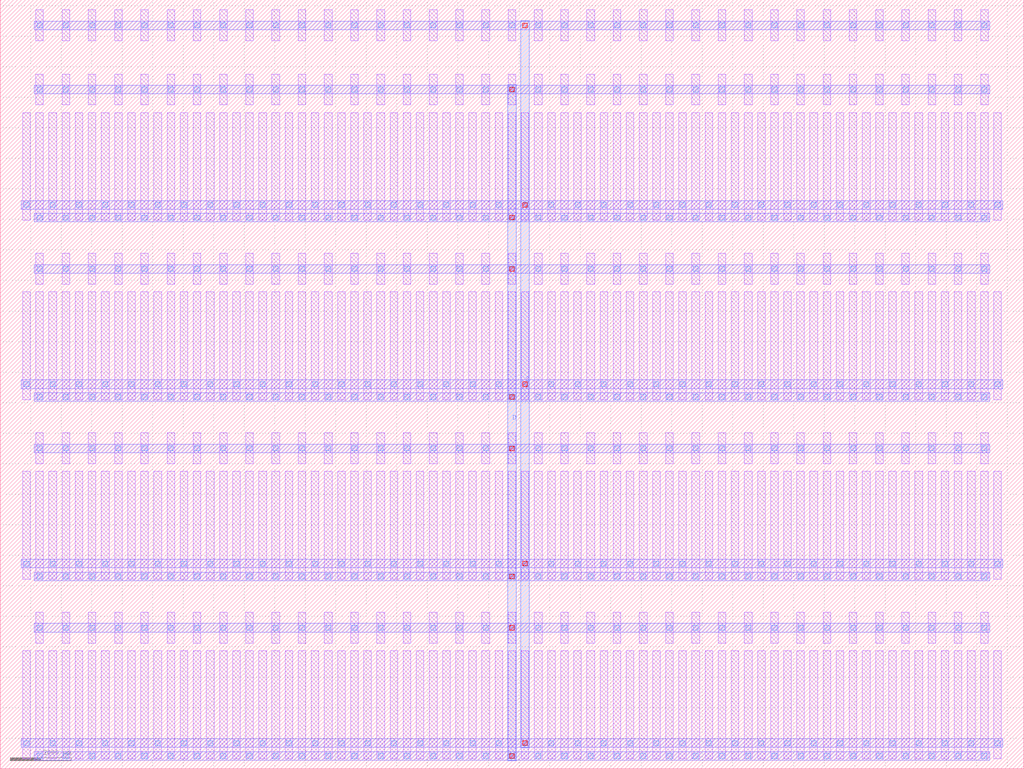
<source format=lef>
MACRO DCL_NMOS_S_55663590_X37_Y4
  UNITS 
    DATABASE MICRONS UNITS 1000;
  END UNITS 
  ORIGIN 0 0 ;
  FOREIGN DCL_NMOS_S_55663590_X37_Y4 0 0 ;
  SIZE 33540 BY 25200 ;
  PIN D
    DIRECTION INOUT ;
    USE SIGNAL ;
    PORT
      LAYER M3 ;
        RECT 16630 260 16910 22420 ;
    END
  END D
  PIN S
    DIRECTION INOUT ;
    USE SIGNAL ;
    PORT
      LAYER M3 ;
        RECT 17060 680 17340 24520 ;
    END
  END S
  OBS
    LAYER M1 ;
      RECT 1165 335 1415 3865 ;
    LAYER M1 ;
      RECT 1165 4115 1415 5125 ;
    LAYER M1 ;
      RECT 1165 6215 1415 9745 ;
    LAYER M1 ;
      RECT 1165 9995 1415 11005 ;
    LAYER M1 ;
      RECT 1165 12095 1415 15625 ;
    LAYER M1 ;
      RECT 1165 15875 1415 16885 ;
    LAYER M1 ;
      RECT 1165 17975 1415 21505 ;
    LAYER M1 ;
      RECT 1165 21755 1415 22765 ;
    LAYER M1 ;
      RECT 1165 23855 1415 24865 ;
    LAYER M1 ;
      RECT 735 335 985 3865 ;
    LAYER M1 ;
      RECT 735 6215 985 9745 ;
    LAYER M1 ;
      RECT 735 12095 985 15625 ;
    LAYER M1 ;
      RECT 735 17975 985 21505 ;
    LAYER M1 ;
      RECT 1595 335 1845 3865 ;
    LAYER M1 ;
      RECT 1595 6215 1845 9745 ;
    LAYER M1 ;
      RECT 1595 12095 1845 15625 ;
    LAYER M1 ;
      RECT 1595 17975 1845 21505 ;
    LAYER M1 ;
      RECT 2025 335 2275 3865 ;
    LAYER M1 ;
      RECT 2025 4115 2275 5125 ;
    LAYER M1 ;
      RECT 2025 6215 2275 9745 ;
    LAYER M1 ;
      RECT 2025 9995 2275 11005 ;
    LAYER M1 ;
      RECT 2025 12095 2275 15625 ;
    LAYER M1 ;
      RECT 2025 15875 2275 16885 ;
    LAYER M1 ;
      RECT 2025 17975 2275 21505 ;
    LAYER M1 ;
      RECT 2025 21755 2275 22765 ;
    LAYER M1 ;
      RECT 2025 23855 2275 24865 ;
    LAYER M1 ;
      RECT 2455 335 2705 3865 ;
    LAYER M1 ;
      RECT 2455 6215 2705 9745 ;
    LAYER M1 ;
      RECT 2455 12095 2705 15625 ;
    LAYER M1 ;
      RECT 2455 17975 2705 21505 ;
    LAYER M1 ;
      RECT 2885 335 3135 3865 ;
    LAYER M1 ;
      RECT 2885 4115 3135 5125 ;
    LAYER M1 ;
      RECT 2885 6215 3135 9745 ;
    LAYER M1 ;
      RECT 2885 9995 3135 11005 ;
    LAYER M1 ;
      RECT 2885 12095 3135 15625 ;
    LAYER M1 ;
      RECT 2885 15875 3135 16885 ;
    LAYER M1 ;
      RECT 2885 17975 3135 21505 ;
    LAYER M1 ;
      RECT 2885 21755 3135 22765 ;
    LAYER M1 ;
      RECT 2885 23855 3135 24865 ;
    LAYER M1 ;
      RECT 3315 335 3565 3865 ;
    LAYER M1 ;
      RECT 3315 6215 3565 9745 ;
    LAYER M1 ;
      RECT 3315 12095 3565 15625 ;
    LAYER M1 ;
      RECT 3315 17975 3565 21505 ;
    LAYER M1 ;
      RECT 3745 335 3995 3865 ;
    LAYER M1 ;
      RECT 3745 4115 3995 5125 ;
    LAYER M1 ;
      RECT 3745 6215 3995 9745 ;
    LAYER M1 ;
      RECT 3745 9995 3995 11005 ;
    LAYER M1 ;
      RECT 3745 12095 3995 15625 ;
    LAYER M1 ;
      RECT 3745 15875 3995 16885 ;
    LAYER M1 ;
      RECT 3745 17975 3995 21505 ;
    LAYER M1 ;
      RECT 3745 21755 3995 22765 ;
    LAYER M1 ;
      RECT 3745 23855 3995 24865 ;
    LAYER M1 ;
      RECT 4175 335 4425 3865 ;
    LAYER M1 ;
      RECT 4175 6215 4425 9745 ;
    LAYER M1 ;
      RECT 4175 12095 4425 15625 ;
    LAYER M1 ;
      RECT 4175 17975 4425 21505 ;
    LAYER M1 ;
      RECT 4605 335 4855 3865 ;
    LAYER M1 ;
      RECT 4605 4115 4855 5125 ;
    LAYER M1 ;
      RECT 4605 6215 4855 9745 ;
    LAYER M1 ;
      RECT 4605 9995 4855 11005 ;
    LAYER M1 ;
      RECT 4605 12095 4855 15625 ;
    LAYER M1 ;
      RECT 4605 15875 4855 16885 ;
    LAYER M1 ;
      RECT 4605 17975 4855 21505 ;
    LAYER M1 ;
      RECT 4605 21755 4855 22765 ;
    LAYER M1 ;
      RECT 4605 23855 4855 24865 ;
    LAYER M1 ;
      RECT 5035 335 5285 3865 ;
    LAYER M1 ;
      RECT 5035 6215 5285 9745 ;
    LAYER M1 ;
      RECT 5035 12095 5285 15625 ;
    LAYER M1 ;
      RECT 5035 17975 5285 21505 ;
    LAYER M1 ;
      RECT 5465 335 5715 3865 ;
    LAYER M1 ;
      RECT 5465 4115 5715 5125 ;
    LAYER M1 ;
      RECT 5465 6215 5715 9745 ;
    LAYER M1 ;
      RECT 5465 9995 5715 11005 ;
    LAYER M1 ;
      RECT 5465 12095 5715 15625 ;
    LAYER M1 ;
      RECT 5465 15875 5715 16885 ;
    LAYER M1 ;
      RECT 5465 17975 5715 21505 ;
    LAYER M1 ;
      RECT 5465 21755 5715 22765 ;
    LAYER M1 ;
      RECT 5465 23855 5715 24865 ;
    LAYER M1 ;
      RECT 5895 335 6145 3865 ;
    LAYER M1 ;
      RECT 5895 6215 6145 9745 ;
    LAYER M1 ;
      RECT 5895 12095 6145 15625 ;
    LAYER M1 ;
      RECT 5895 17975 6145 21505 ;
    LAYER M1 ;
      RECT 6325 335 6575 3865 ;
    LAYER M1 ;
      RECT 6325 4115 6575 5125 ;
    LAYER M1 ;
      RECT 6325 6215 6575 9745 ;
    LAYER M1 ;
      RECT 6325 9995 6575 11005 ;
    LAYER M1 ;
      RECT 6325 12095 6575 15625 ;
    LAYER M1 ;
      RECT 6325 15875 6575 16885 ;
    LAYER M1 ;
      RECT 6325 17975 6575 21505 ;
    LAYER M1 ;
      RECT 6325 21755 6575 22765 ;
    LAYER M1 ;
      RECT 6325 23855 6575 24865 ;
    LAYER M1 ;
      RECT 6755 335 7005 3865 ;
    LAYER M1 ;
      RECT 6755 6215 7005 9745 ;
    LAYER M1 ;
      RECT 6755 12095 7005 15625 ;
    LAYER M1 ;
      RECT 6755 17975 7005 21505 ;
    LAYER M1 ;
      RECT 7185 335 7435 3865 ;
    LAYER M1 ;
      RECT 7185 4115 7435 5125 ;
    LAYER M1 ;
      RECT 7185 6215 7435 9745 ;
    LAYER M1 ;
      RECT 7185 9995 7435 11005 ;
    LAYER M1 ;
      RECT 7185 12095 7435 15625 ;
    LAYER M1 ;
      RECT 7185 15875 7435 16885 ;
    LAYER M1 ;
      RECT 7185 17975 7435 21505 ;
    LAYER M1 ;
      RECT 7185 21755 7435 22765 ;
    LAYER M1 ;
      RECT 7185 23855 7435 24865 ;
    LAYER M1 ;
      RECT 7615 335 7865 3865 ;
    LAYER M1 ;
      RECT 7615 6215 7865 9745 ;
    LAYER M1 ;
      RECT 7615 12095 7865 15625 ;
    LAYER M1 ;
      RECT 7615 17975 7865 21505 ;
    LAYER M1 ;
      RECT 8045 335 8295 3865 ;
    LAYER M1 ;
      RECT 8045 4115 8295 5125 ;
    LAYER M1 ;
      RECT 8045 6215 8295 9745 ;
    LAYER M1 ;
      RECT 8045 9995 8295 11005 ;
    LAYER M1 ;
      RECT 8045 12095 8295 15625 ;
    LAYER M1 ;
      RECT 8045 15875 8295 16885 ;
    LAYER M1 ;
      RECT 8045 17975 8295 21505 ;
    LAYER M1 ;
      RECT 8045 21755 8295 22765 ;
    LAYER M1 ;
      RECT 8045 23855 8295 24865 ;
    LAYER M1 ;
      RECT 8475 335 8725 3865 ;
    LAYER M1 ;
      RECT 8475 6215 8725 9745 ;
    LAYER M1 ;
      RECT 8475 12095 8725 15625 ;
    LAYER M1 ;
      RECT 8475 17975 8725 21505 ;
    LAYER M1 ;
      RECT 8905 335 9155 3865 ;
    LAYER M1 ;
      RECT 8905 4115 9155 5125 ;
    LAYER M1 ;
      RECT 8905 6215 9155 9745 ;
    LAYER M1 ;
      RECT 8905 9995 9155 11005 ;
    LAYER M1 ;
      RECT 8905 12095 9155 15625 ;
    LAYER M1 ;
      RECT 8905 15875 9155 16885 ;
    LAYER M1 ;
      RECT 8905 17975 9155 21505 ;
    LAYER M1 ;
      RECT 8905 21755 9155 22765 ;
    LAYER M1 ;
      RECT 8905 23855 9155 24865 ;
    LAYER M1 ;
      RECT 9335 335 9585 3865 ;
    LAYER M1 ;
      RECT 9335 6215 9585 9745 ;
    LAYER M1 ;
      RECT 9335 12095 9585 15625 ;
    LAYER M1 ;
      RECT 9335 17975 9585 21505 ;
    LAYER M1 ;
      RECT 9765 335 10015 3865 ;
    LAYER M1 ;
      RECT 9765 4115 10015 5125 ;
    LAYER M1 ;
      RECT 9765 6215 10015 9745 ;
    LAYER M1 ;
      RECT 9765 9995 10015 11005 ;
    LAYER M1 ;
      RECT 9765 12095 10015 15625 ;
    LAYER M1 ;
      RECT 9765 15875 10015 16885 ;
    LAYER M1 ;
      RECT 9765 17975 10015 21505 ;
    LAYER M1 ;
      RECT 9765 21755 10015 22765 ;
    LAYER M1 ;
      RECT 9765 23855 10015 24865 ;
    LAYER M1 ;
      RECT 10195 335 10445 3865 ;
    LAYER M1 ;
      RECT 10195 6215 10445 9745 ;
    LAYER M1 ;
      RECT 10195 12095 10445 15625 ;
    LAYER M1 ;
      RECT 10195 17975 10445 21505 ;
    LAYER M1 ;
      RECT 10625 335 10875 3865 ;
    LAYER M1 ;
      RECT 10625 4115 10875 5125 ;
    LAYER M1 ;
      RECT 10625 6215 10875 9745 ;
    LAYER M1 ;
      RECT 10625 9995 10875 11005 ;
    LAYER M1 ;
      RECT 10625 12095 10875 15625 ;
    LAYER M1 ;
      RECT 10625 15875 10875 16885 ;
    LAYER M1 ;
      RECT 10625 17975 10875 21505 ;
    LAYER M1 ;
      RECT 10625 21755 10875 22765 ;
    LAYER M1 ;
      RECT 10625 23855 10875 24865 ;
    LAYER M1 ;
      RECT 11055 335 11305 3865 ;
    LAYER M1 ;
      RECT 11055 6215 11305 9745 ;
    LAYER M1 ;
      RECT 11055 12095 11305 15625 ;
    LAYER M1 ;
      RECT 11055 17975 11305 21505 ;
    LAYER M1 ;
      RECT 11485 335 11735 3865 ;
    LAYER M1 ;
      RECT 11485 4115 11735 5125 ;
    LAYER M1 ;
      RECT 11485 6215 11735 9745 ;
    LAYER M1 ;
      RECT 11485 9995 11735 11005 ;
    LAYER M1 ;
      RECT 11485 12095 11735 15625 ;
    LAYER M1 ;
      RECT 11485 15875 11735 16885 ;
    LAYER M1 ;
      RECT 11485 17975 11735 21505 ;
    LAYER M1 ;
      RECT 11485 21755 11735 22765 ;
    LAYER M1 ;
      RECT 11485 23855 11735 24865 ;
    LAYER M1 ;
      RECT 11915 335 12165 3865 ;
    LAYER M1 ;
      RECT 11915 6215 12165 9745 ;
    LAYER M1 ;
      RECT 11915 12095 12165 15625 ;
    LAYER M1 ;
      RECT 11915 17975 12165 21505 ;
    LAYER M1 ;
      RECT 12345 335 12595 3865 ;
    LAYER M1 ;
      RECT 12345 4115 12595 5125 ;
    LAYER M1 ;
      RECT 12345 6215 12595 9745 ;
    LAYER M1 ;
      RECT 12345 9995 12595 11005 ;
    LAYER M1 ;
      RECT 12345 12095 12595 15625 ;
    LAYER M1 ;
      RECT 12345 15875 12595 16885 ;
    LAYER M1 ;
      RECT 12345 17975 12595 21505 ;
    LAYER M1 ;
      RECT 12345 21755 12595 22765 ;
    LAYER M1 ;
      RECT 12345 23855 12595 24865 ;
    LAYER M1 ;
      RECT 12775 335 13025 3865 ;
    LAYER M1 ;
      RECT 12775 6215 13025 9745 ;
    LAYER M1 ;
      RECT 12775 12095 13025 15625 ;
    LAYER M1 ;
      RECT 12775 17975 13025 21505 ;
    LAYER M1 ;
      RECT 13205 335 13455 3865 ;
    LAYER M1 ;
      RECT 13205 4115 13455 5125 ;
    LAYER M1 ;
      RECT 13205 6215 13455 9745 ;
    LAYER M1 ;
      RECT 13205 9995 13455 11005 ;
    LAYER M1 ;
      RECT 13205 12095 13455 15625 ;
    LAYER M1 ;
      RECT 13205 15875 13455 16885 ;
    LAYER M1 ;
      RECT 13205 17975 13455 21505 ;
    LAYER M1 ;
      RECT 13205 21755 13455 22765 ;
    LAYER M1 ;
      RECT 13205 23855 13455 24865 ;
    LAYER M1 ;
      RECT 13635 335 13885 3865 ;
    LAYER M1 ;
      RECT 13635 6215 13885 9745 ;
    LAYER M1 ;
      RECT 13635 12095 13885 15625 ;
    LAYER M1 ;
      RECT 13635 17975 13885 21505 ;
    LAYER M1 ;
      RECT 14065 335 14315 3865 ;
    LAYER M1 ;
      RECT 14065 4115 14315 5125 ;
    LAYER M1 ;
      RECT 14065 6215 14315 9745 ;
    LAYER M1 ;
      RECT 14065 9995 14315 11005 ;
    LAYER M1 ;
      RECT 14065 12095 14315 15625 ;
    LAYER M1 ;
      RECT 14065 15875 14315 16885 ;
    LAYER M1 ;
      RECT 14065 17975 14315 21505 ;
    LAYER M1 ;
      RECT 14065 21755 14315 22765 ;
    LAYER M1 ;
      RECT 14065 23855 14315 24865 ;
    LAYER M1 ;
      RECT 14495 335 14745 3865 ;
    LAYER M1 ;
      RECT 14495 6215 14745 9745 ;
    LAYER M1 ;
      RECT 14495 12095 14745 15625 ;
    LAYER M1 ;
      RECT 14495 17975 14745 21505 ;
    LAYER M1 ;
      RECT 14925 335 15175 3865 ;
    LAYER M1 ;
      RECT 14925 4115 15175 5125 ;
    LAYER M1 ;
      RECT 14925 6215 15175 9745 ;
    LAYER M1 ;
      RECT 14925 9995 15175 11005 ;
    LAYER M1 ;
      RECT 14925 12095 15175 15625 ;
    LAYER M1 ;
      RECT 14925 15875 15175 16885 ;
    LAYER M1 ;
      RECT 14925 17975 15175 21505 ;
    LAYER M1 ;
      RECT 14925 21755 15175 22765 ;
    LAYER M1 ;
      RECT 14925 23855 15175 24865 ;
    LAYER M1 ;
      RECT 15355 335 15605 3865 ;
    LAYER M1 ;
      RECT 15355 6215 15605 9745 ;
    LAYER M1 ;
      RECT 15355 12095 15605 15625 ;
    LAYER M1 ;
      RECT 15355 17975 15605 21505 ;
    LAYER M1 ;
      RECT 15785 335 16035 3865 ;
    LAYER M1 ;
      RECT 15785 4115 16035 5125 ;
    LAYER M1 ;
      RECT 15785 6215 16035 9745 ;
    LAYER M1 ;
      RECT 15785 9995 16035 11005 ;
    LAYER M1 ;
      RECT 15785 12095 16035 15625 ;
    LAYER M1 ;
      RECT 15785 15875 16035 16885 ;
    LAYER M1 ;
      RECT 15785 17975 16035 21505 ;
    LAYER M1 ;
      RECT 15785 21755 16035 22765 ;
    LAYER M1 ;
      RECT 15785 23855 16035 24865 ;
    LAYER M1 ;
      RECT 16215 335 16465 3865 ;
    LAYER M1 ;
      RECT 16215 6215 16465 9745 ;
    LAYER M1 ;
      RECT 16215 12095 16465 15625 ;
    LAYER M1 ;
      RECT 16215 17975 16465 21505 ;
    LAYER M1 ;
      RECT 16645 335 16895 3865 ;
    LAYER M1 ;
      RECT 16645 4115 16895 5125 ;
    LAYER M1 ;
      RECT 16645 6215 16895 9745 ;
    LAYER M1 ;
      RECT 16645 9995 16895 11005 ;
    LAYER M1 ;
      RECT 16645 12095 16895 15625 ;
    LAYER M1 ;
      RECT 16645 15875 16895 16885 ;
    LAYER M1 ;
      RECT 16645 17975 16895 21505 ;
    LAYER M1 ;
      RECT 16645 21755 16895 22765 ;
    LAYER M1 ;
      RECT 16645 23855 16895 24865 ;
    LAYER M1 ;
      RECT 17075 335 17325 3865 ;
    LAYER M1 ;
      RECT 17075 6215 17325 9745 ;
    LAYER M1 ;
      RECT 17075 12095 17325 15625 ;
    LAYER M1 ;
      RECT 17075 17975 17325 21505 ;
    LAYER M1 ;
      RECT 17505 335 17755 3865 ;
    LAYER M1 ;
      RECT 17505 4115 17755 5125 ;
    LAYER M1 ;
      RECT 17505 6215 17755 9745 ;
    LAYER M1 ;
      RECT 17505 9995 17755 11005 ;
    LAYER M1 ;
      RECT 17505 12095 17755 15625 ;
    LAYER M1 ;
      RECT 17505 15875 17755 16885 ;
    LAYER M1 ;
      RECT 17505 17975 17755 21505 ;
    LAYER M1 ;
      RECT 17505 21755 17755 22765 ;
    LAYER M1 ;
      RECT 17505 23855 17755 24865 ;
    LAYER M1 ;
      RECT 17935 335 18185 3865 ;
    LAYER M1 ;
      RECT 17935 6215 18185 9745 ;
    LAYER M1 ;
      RECT 17935 12095 18185 15625 ;
    LAYER M1 ;
      RECT 17935 17975 18185 21505 ;
    LAYER M1 ;
      RECT 18365 335 18615 3865 ;
    LAYER M1 ;
      RECT 18365 4115 18615 5125 ;
    LAYER M1 ;
      RECT 18365 6215 18615 9745 ;
    LAYER M1 ;
      RECT 18365 9995 18615 11005 ;
    LAYER M1 ;
      RECT 18365 12095 18615 15625 ;
    LAYER M1 ;
      RECT 18365 15875 18615 16885 ;
    LAYER M1 ;
      RECT 18365 17975 18615 21505 ;
    LAYER M1 ;
      RECT 18365 21755 18615 22765 ;
    LAYER M1 ;
      RECT 18365 23855 18615 24865 ;
    LAYER M1 ;
      RECT 18795 335 19045 3865 ;
    LAYER M1 ;
      RECT 18795 6215 19045 9745 ;
    LAYER M1 ;
      RECT 18795 12095 19045 15625 ;
    LAYER M1 ;
      RECT 18795 17975 19045 21505 ;
    LAYER M1 ;
      RECT 19225 335 19475 3865 ;
    LAYER M1 ;
      RECT 19225 4115 19475 5125 ;
    LAYER M1 ;
      RECT 19225 6215 19475 9745 ;
    LAYER M1 ;
      RECT 19225 9995 19475 11005 ;
    LAYER M1 ;
      RECT 19225 12095 19475 15625 ;
    LAYER M1 ;
      RECT 19225 15875 19475 16885 ;
    LAYER M1 ;
      RECT 19225 17975 19475 21505 ;
    LAYER M1 ;
      RECT 19225 21755 19475 22765 ;
    LAYER M1 ;
      RECT 19225 23855 19475 24865 ;
    LAYER M1 ;
      RECT 19655 335 19905 3865 ;
    LAYER M1 ;
      RECT 19655 6215 19905 9745 ;
    LAYER M1 ;
      RECT 19655 12095 19905 15625 ;
    LAYER M1 ;
      RECT 19655 17975 19905 21505 ;
    LAYER M1 ;
      RECT 20085 335 20335 3865 ;
    LAYER M1 ;
      RECT 20085 4115 20335 5125 ;
    LAYER M1 ;
      RECT 20085 6215 20335 9745 ;
    LAYER M1 ;
      RECT 20085 9995 20335 11005 ;
    LAYER M1 ;
      RECT 20085 12095 20335 15625 ;
    LAYER M1 ;
      RECT 20085 15875 20335 16885 ;
    LAYER M1 ;
      RECT 20085 17975 20335 21505 ;
    LAYER M1 ;
      RECT 20085 21755 20335 22765 ;
    LAYER M1 ;
      RECT 20085 23855 20335 24865 ;
    LAYER M1 ;
      RECT 20515 335 20765 3865 ;
    LAYER M1 ;
      RECT 20515 6215 20765 9745 ;
    LAYER M1 ;
      RECT 20515 12095 20765 15625 ;
    LAYER M1 ;
      RECT 20515 17975 20765 21505 ;
    LAYER M1 ;
      RECT 20945 335 21195 3865 ;
    LAYER M1 ;
      RECT 20945 4115 21195 5125 ;
    LAYER M1 ;
      RECT 20945 6215 21195 9745 ;
    LAYER M1 ;
      RECT 20945 9995 21195 11005 ;
    LAYER M1 ;
      RECT 20945 12095 21195 15625 ;
    LAYER M1 ;
      RECT 20945 15875 21195 16885 ;
    LAYER M1 ;
      RECT 20945 17975 21195 21505 ;
    LAYER M1 ;
      RECT 20945 21755 21195 22765 ;
    LAYER M1 ;
      RECT 20945 23855 21195 24865 ;
    LAYER M1 ;
      RECT 21375 335 21625 3865 ;
    LAYER M1 ;
      RECT 21375 6215 21625 9745 ;
    LAYER M1 ;
      RECT 21375 12095 21625 15625 ;
    LAYER M1 ;
      RECT 21375 17975 21625 21505 ;
    LAYER M1 ;
      RECT 21805 335 22055 3865 ;
    LAYER M1 ;
      RECT 21805 4115 22055 5125 ;
    LAYER M1 ;
      RECT 21805 6215 22055 9745 ;
    LAYER M1 ;
      RECT 21805 9995 22055 11005 ;
    LAYER M1 ;
      RECT 21805 12095 22055 15625 ;
    LAYER M1 ;
      RECT 21805 15875 22055 16885 ;
    LAYER M1 ;
      RECT 21805 17975 22055 21505 ;
    LAYER M1 ;
      RECT 21805 21755 22055 22765 ;
    LAYER M1 ;
      RECT 21805 23855 22055 24865 ;
    LAYER M1 ;
      RECT 22235 335 22485 3865 ;
    LAYER M1 ;
      RECT 22235 6215 22485 9745 ;
    LAYER M1 ;
      RECT 22235 12095 22485 15625 ;
    LAYER M1 ;
      RECT 22235 17975 22485 21505 ;
    LAYER M1 ;
      RECT 22665 335 22915 3865 ;
    LAYER M1 ;
      RECT 22665 4115 22915 5125 ;
    LAYER M1 ;
      RECT 22665 6215 22915 9745 ;
    LAYER M1 ;
      RECT 22665 9995 22915 11005 ;
    LAYER M1 ;
      RECT 22665 12095 22915 15625 ;
    LAYER M1 ;
      RECT 22665 15875 22915 16885 ;
    LAYER M1 ;
      RECT 22665 17975 22915 21505 ;
    LAYER M1 ;
      RECT 22665 21755 22915 22765 ;
    LAYER M1 ;
      RECT 22665 23855 22915 24865 ;
    LAYER M1 ;
      RECT 23095 335 23345 3865 ;
    LAYER M1 ;
      RECT 23095 6215 23345 9745 ;
    LAYER M1 ;
      RECT 23095 12095 23345 15625 ;
    LAYER M1 ;
      RECT 23095 17975 23345 21505 ;
    LAYER M1 ;
      RECT 23525 335 23775 3865 ;
    LAYER M1 ;
      RECT 23525 4115 23775 5125 ;
    LAYER M1 ;
      RECT 23525 6215 23775 9745 ;
    LAYER M1 ;
      RECT 23525 9995 23775 11005 ;
    LAYER M1 ;
      RECT 23525 12095 23775 15625 ;
    LAYER M1 ;
      RECT 23525 15875 23775 16885 ;
    LAYER M1 ;
      RECT 23525 17975 23775 21505 ;
    LAYER M1 ;
      RECT 23525 21755 23775 22765 ;
    LAYER M1 ;
      RECT 23525 23855 23775 24865 ;
    LAYER M1 ;
      RECT 23955 335 24205 3865 ;
    LAYER M1 ;
      RECT 23955 6215 24205 9745 ;
    LAYER M1 ;
      RECT 23955 12095 24205 15625 ;
    LAYER M1 ;
      RECT 23955 17975 24205 21505 ;
    LAYER M1 ;
      RECT 24385 335 24635 3865 ;
    LAYER M1 ;
      RECT 24385 4115 24635 5125 ;
    LAYER M1 ;
      RECT 24385 6215 24635 9745 ;
    LAYER M1 ;
      RECT 24385 9995 24635 11005 ;
    LAYER M1 ;
      RECT 24385 12095 24635 15625 ;
    LAYER M1 ;
      RECT 24385 15875 24635 16885 ;
    LAYER M1 ;
      RECT 24385 17975 24635 21505 ;
    LAYER M1 ;
      RECT 24385 21755 24635 22765 ;
    LAYER M1 ;
      RECT 24385 23855 24635 24865 ;
    LAYER M1 ;
      RECT 24815 335 25065 3865 ;
    LAYER M1 ;
      RECT 24815 6215 25065 9745 ;
    LAYER M1 ;
      RECT 24815 12095 25065 15625 ;
    LAYER M1 ;
      RECT 24815 17975 25065 21505 ;
    LAYER M1 ;
      RECT 25245 335 25495 3865 ;
    LAYER M1 ;
      RECT 25245 4115 25495 5125 ;
    LAYER M1 ;
      RECT 25245 6215 25495 9745 ;
    LAYER M1 ;
      RECT 25245 9995 25495 11005 ;
    LAYER M1 ;
      RECT 25245 12095 25495 15625 ;
    LAYER M1 ;
      RECT 25245 15875 25495 16885 ;
    LAYER M1 ;
      RECT 25245 17975 25495 21505 ;
    LAYER M1 ;
      RECT 25245 21755 25495 22765 ;
    LAYER M1 ;
      RECT 25245 23855 25495 24865 ;
    LAYER M1 ;
      RECT 25675 335 25925 3865 ;
    LAYER M1 ;
      RECT 25675 6215 25925 9745 ;
    LAYER M1 ;
      RECT 25675 12095 25925 15625 ;
    LAYER M1 ;
      RECT 25675 17975 25925 21505 ;
    LAYER M1 ;
      RECT 26105 335 26355 3865 ;
    LAYER M1 ;
      RECT 26105 4115 26355 5125 ;
    LAYER M1 ;
      RECT 26105 6215 26355 9745 ;
    LAYER M1 ;
      RECT 26105 9995 26355 11005 ;
    LAYER M1 ;
      RECT 26105 12095 26355 15625 ;
    LAYER M1 ;
      RECT 26105 15875 26355 16885 ;
    LAYER M1 ;
      RECT 26105 17975 26355 21505 ;
    LAYER M1 ;
      RECT 26105 21755 26355 22765 ;
    LAYER M1 ;
      RECT 26105 23855 26355 24865 ;
    LAYER M1 ;
      RECT 26535 335 26785 3865 ;
    LAYER M1 ;
      RECT 26535 6215 26785 9745 ;
    LAYER M1 ;
      RECT 26535 12095 26785 15625 ;
    LAYER M1 ;
      RECT 26535 17975 26785 21505 ;
    LAYER M1 ;
      RECT 26965 335 27215 3865 ;
    LAYER M1 ;
      RECT 26965 4115 27215 5125 ;
    LAYER M1 ;
      RECT 26965 6215 27215 9745 ;
    LAYER M1 ;
      RECT 26965 9995 27215 11005 ;
    LAYER M1 ;
      RECT 26965 12095 27215 15625 ;
    LAYER M1 ;
      RECT 26965 15875 27215 16885 ;
    LAYER M1 ;
      RECT 26965 17975 27215 21505 ;
    LAYER M1 ;
      RECT 26965 21755 27215 22765 ;
    LAYER M1 ;
      RECT 26965 23855 27215 24865 ;
    LAYER M1 ;
      RECT 27395 335 27645 3865 ;
    LAYER M1 ;
      RECT 27395 6215 27645 9745 ;
    LAYER M1 ;
      RECT 27395 12095 27645 15625 ;
    LAYER M1 ;
      RECT 27395 17975 27645 21505 ;
    LAYER M1 ;
      RECT 27825 335 28075 3865 ;
    LAYER M1 ;
      RECT 27825 4115 28075 5125 ;
    LAYER M1 ;
      RECT 27825 6215 28075 9745 ;
    LAYER M1 ;
      RECT 27825 9995 28075 11005 ;
    LAYER M1 ;
      RECT 27825 12095 28075 15625 ;
    LAYER M1 ;
      RECT 27825 15875 28075 16885 ;
    LAYER M1 ;
      RECT 27825 17975 28075 21505 ;
    LAYER M1 ;
      RECT 27825 21755 28075 22765 ;
    LAYER M1 ;
      RECT 27825 23855 28075 24865 ;
    LAYER M1 ;
      RECT 28255 335 28505 3865 ;
    LAYER M1 ;
      RECT 28255 6215 28505 9745 ;
    LAYER M1 ;
      RECT 28255 12095 28505 15625 ;
    LAYER M1 ;
      RECT 28255 17975 28505 21505 ;
    LAYER M1 ;
      RECT 28685 335 28935 3865 ;
    LAYER M1 ;
      RECT 28685 4115 28935 5125 ;
    LAYER M1 ;
      RECT 28685 6215 28935 9745 ;
    LAYER M1 ;
      RECT 28685 9995 28935 11005 ;
    LAYER M1 ;
      RECT 28685 12095 28935 15625 ;
    LAYER M1 ;
      RECT 28685 15875 28935 16885 ;
    LAYER M1 ;
      RECT 28685 17975 28935 21505 ;
    LAYER M1 ;
      RECT 28685 21755 28935 22765 ;
    LAYER M1 ;
      RECT 28685 23855 28935 24865 ;
    LAYER M1 ;
      RECT 29115 335 29365 3865 ;
    LAYER M1 ;
      RECT 29115 6215 29365 9745 ;
    LAYER M1 ;
      RECT 29115 12095 29365 15625 ;
    LAYER M1 ;
      RECT 29115 17975 29365 21505 ;
    LAYER M1 ;
      RECT 29545 335 29795 3865 ;
    LAYER M1 ;
      RECT 29545 4115 29795 5125 ;
    LAYER M1 ;
      RECT 29545 6215 29795 9745 ;
    LAYER M1 ;
      RECT 29545 9995 29795 11005 ;
    LAYER M1 ;
      RECT 29545 12095 29795 15625 ;
    LAYER M1 ;
      RECT 29545 15875 29795 16885 ;
    LAYER M1 ;
      RECT 29545 17975 29795 21505 ;
    LAYER M1 ;
      RECT 29545 21755 29795 22765 ;
    LAYER M1 ;
      RECT 29545 23855 29795 24865 ;
    LAYER M1 ;
      RECT 29975 335 30225 3865 ;
    LAYER M1 ;
      RECT 29975 6215 30225 9745 ;
    LAYER M1 ;
      RECT 29975 12095 30225 15625 ;
    LAYER M1 ;
      RECT 29975 17975 30225 21505 ;
    LAYER M1 ;
      RECT 30405 335 30655 3865 ;
    LAYER M1 ;
      RECT 30405 4115 30655 5125 ;
    LAYER M1 ;
      RECT 30405 6215 30655 9745 ;
    LAYER M1 ;
      RECT 30405 9995 30655 11005 ;
    LAYER M1 ;
      RECT 30405 12095 30655 15625 ;
    LAYER M1 ;
      RECT 30405 15875 30655 16885 ;
    LAYER M1 ;
      RECT 30405 17975 30655 21505 ;
    LAYER M1 ;
      RECT 30405 21755 30655 22765 ;
    LAYER M1 ;
      RECT 30405 23855 30655 24865 ;
    LAYER M1 ;
      RECT 30835 335 31085 3865 ;
    LAYER M1 ;
      RECT 30835 6215 31085 9745 ;
    LAYER M1 ;
      RECT 30835 12095 31085 15625 ;
    LAYER M1 ;
      RECT 30835 17975 31085 21505 ;
    LAYER M1 ;
      RECT 31265 335 31515 3865 ;
    LAYER M1 ;
      RECT 31265 4115 31515 5125 ;
    LAYER M1 ;
      RECT 31265 6215 31515 9745 ;
    LAYER M1 ;
      RECT 31265 9995 31515 11005 ;
    LAYER M1 ;
      RECT 31265 12095 31515 15625 ;
    LAYER M1 ;
      RECT 31265 15875 31515 16885 ;
    LAYER M1 ;
      RECT 31265 17975 31515 21505 ;
    LAYER M1 ;
      RECT 31265 21755 31515 22765 ;
    LAYER M1 ;
      RECT 31265 23855 31515 24865 ;
    LAYER M1 ;
      RECT 31695 335 31945 3865 ;
    LAYER M1 ;
      RECT 31695 6215 31945 9745 ;
    LAYER M1 ;
      RECT 31695 12095 31945 15625 ;
    LAYER M1 ;
      RECT 31695 17975 31945 21505 ;
    LAYER M1 ;
      RECT 32125 335 32375 3865 ;
    LAYER M1 ;
      RECT 32125 4115 32375 5125 ;
    LAYER M1 ;
      RECT 32125 6215 32375 9745 ;
    LAYER M1 ;
      RECT 32125 9995 32375 11005 ;
    LAYER M1 ;
      RECT 32125 12095 32375 15625 ;
    LAYER M1 ;
      RECT 32125 15875 32375 16885 ;
    LAYER M1 ;
      RECT 32125 17975 32375 21505 ;
    LAYER M1 ;
      RECT 32125 21755 32375 22765 ;
    LAYER M1 ;
      RECT 32125 23855 32375 24865 ;
    LAYER M1 ;
      RECT 32555 335 32805 3865 ;
    LAYER M1 ;
      RECT 32555 6215 32805 9745 ;
    LAYER M1 ;
      RECT 32555 12095 32805 15625 ;
    LAYER M1 ;
      RECT 32555 17975 32805 21505 ;
    LAYER M2 ;
      RECT 1120 280 32420 560 ;
    LAYER M2 ;
      RECT 1120 4480 32420 4760 ;
    LAYER M2 ;
      RECT 690 700 32850 980 ;
    LAYER M2 ;
      RECT 1120 6160 32420 6440 ;
    LAYER M2 ;
      RECT 1120 10360 32420 10640 ;
    LAYER M2 ;
      RECT 690 6580 32850 6860 ;
    LAYER M2 ;
      RECT 1120 12040 32420 12320 ;
    LAYER M2 ;
      RECT 1120 16240 32420 16520 ;
    LAYER M2 ;
      RECT 690 12460 32850 12740 ;
    LAYER M2 ;
      RECT 1120 17920 32420 18200 ;
    LAYER M2 ;
      RECT 1120 22120 32420 22400 ;
    LAYER M2 ;
      RECT 1120 24220 32420 24500 ;
    LAYER M2 ;
      RECT 690 18340 32850 18620 ;
    LAYER V1 ;
      RECT 1205 335 1375 505 ;
    LAYER V1 ;
      RECT 1205 4535 1375 4705 ;
    LAYER V1 ;
      RECT 1205 6215 1375 6385 ;
    LAYER V1 ;
      RECT 1205 10415 1375 10585 ;
    LAYER V1 ;
      RECT 1205 12095 1375 12265 ;
    LAYER V1 ;
      RECT 1205 16295 1375 16465 ;
    LAYER V1 ;
      RECT 1205 17975 1375 18145 ;
    LAYER V1 ;
      RECT 1205 22175 1375 22345 ;
    LAYER V1 ;
      RECT 1205 24275 1375 24445 ;
    LAYER V1 ;
      RECT 2065 335 2235 505 ;
    LAYER V1 ;
      RECT 2065 4535 2235 4705 ;
    LAYER V1 ;
      RECT 2065 6215 2235 6385 ;
    LAYER V1 ;
      RECT 2065 10415 2235 10585 ;
    LAYER V1 ;
      RECT 2065 12095 2235 12265 ;
    LAYER V1 ;
      RECT 2065 16295 2235 16465 ;
    LAYER V1 ;
      RECT 2065 17975 2235 18145 ;
    LAYER V1 ;
      RECT 2065 22175 2235 22345 ;
    LAYER V1 ;
      RECT 2065 24275 2235 24445 ;
    LAYER V1 ;
      RECT 2925 335 3095 505 ;
    LAYER V1 ;
      RECT 2925 4535 3095 4705 ;
    LAYER V1 ;
      RECT 2925 6215 3095 6385 ;
    LAYER V1 ;
      RECT 2925 10415 3095 10585 ;
    LAYER V1 ;
      RECT 2925 12095 3095 12265 ;
    LAYER V1 ;
      RECT 2925 16295 3095 16465 ;
    LAYER V1 ;
      RECT 2925 17975 3095 18145 ;
    LAYER V1 ;
      RECT 2925 22175 3095 22345 ;
    LAYER V1 ;
      RECT 2925 24275 3095 24445 ;
    LAYER V1 ;
      RECT 3785 335 3955 505 ;
    LAYER V1 ;
      RECT 3785 4535 3955 4705 ;
    LAYER V1 ;
      RECT 3785 6215 3955 6385 ;
    LAYER V1 ;
      RECT 3785 10415 3955 10585 ;
    LAYER V1 ;
      RECT 3785 12095 3955 12265 ;
    LAYER V1 ;
      RECT 3785 16295 3955 16465 ;
    LAYER V1 ;
      RECT 3785 17975 3955 18145 ;
    LAYER V1 ;
      RECT 3785 22175 3955 22345 ;
    LAYER V1 ;
      RECT 3785 24275 3955 24445 ;
    LAYER V1 ;
      RECT 4645 335 4815 505 ;
    LAYER V1 ;
      RECT 4645 4535 4815 4705 ;
    LAYER V1 ;
      RECT 4645 6215 4815 6385 ;
    LAYER V1 ;
      RECT 4645 10415 4815 10585 ;
    LAYER V1 ;
      RECT 4645 12095 4815 12265 ;
    LAYER V1 ;
      RECT 4645 16295 4815 16465 ;
    LAYER V1 ;
      RECT 4645 17975 4815 18145 ;
    LAYER V1 ;
      RECT 4645 22175 4815 22345 ;
    LAYER V1 ;
      RECT 4645 24275 4815 24445 ;
    LAYER V1 ;
      RECT 5505 335 5675 505 ;
    LAYER V1 ;
      RECT 5505 4535 5675 4705 ;
    LAYER V1 ;
      RECT 5505 6215 5675 6385 ;
    LAYER V1 ;
      RECT 5505 10415 5675 10585 ;
    LAYER V1 ;
      RECT 5505 12095 5675 12265 ;
    LAYER V1 ;
      RECT 5505 16295 5675 16465 ;
    LAYER V1 ;
      RECT 5505 17975 5675 18145 ;
    LAYER V1 ;
      RECT 5505 22175 5675 22345 ;
    LAYER V1 ;
      RECT 5505 24275 5675 24445 ;
    LAYER V1 ;
      RECT 6365 335 6535 505 ;
    LAYER V1 ;
      RECT 6365 4535 6535 4705 ;
    LAYER V1 ;
      RECT 6365 6215 6535 6385 ;
    LAYER V1 ;
      RECT 6365 10415 6535 10585 ;
    LAYER V1 ;
      RECT 6365 12095 6535 12265 ;
    LAYER V1 ;
      RECT 6365 16295 6535 16465 ;
    LAYER V1 ;
      RECT 6365 17975 6535 18145 ;
    LAYER V1 ;
      RECT 6365 22175 6535 22345 ;
    LAYER V1 ;
      RECT 6365 24275 6535 24445 ;
    LAYER V1 ;
      RECT 7225 335 7395 505 ;
    LAYER V1 ;
      RECT 7225 4535 7395 4705 ;
    LAYER V1 ;
      RECT 7225 6215 7395 6385 ;
    LAYER V1 ;
      RECT 7225 10415 7395 10585 ;
    LAYER V1 ;
      RECT 7225 12095 7395 12265 ;
    LAYER V1 ;
      RECT 7225 16295 7395 16465 ;
    LAYER V1 ;
      RECT 7225 17975 7395 18145 ;
    LAYER V1 ;
      RECT 7225 22175 7395 22345 ;
    LAYER V1 ;
      RECT 7225 24275 7395 24445 ;
    LAYER V1 ;
      RECT 8085 335 8255 505 ;
    LAYER V1 ;
      RECT 8085 4535 8255 4705 ;
    LAYER V1 ;
      RECT 8085 6215 8255 6385 ;
    LAYER V1 ;
      RECT 8085 10415 8255 10585 ;
    LAYER V1 ;
      RECT 8085 12095 8255 12265 ;
    LAYER V1 ;
      RECT 8085 16295 8255 16465 ;
    LAYER V1 ;
      RECT 8085 17975 8255 18145 ;
    LAYER V1 ;
      RECT 8085 22175 8255 22345 ;
    LAYER V1 ;
      RECT 8085 24275 8255 24445 ;
    LAYER V1 ;
      RECT 8945 335 9115 505 ;
    LAYER V1 ;
      RECT 8945 4535 9115 4705 ;
    LAYER V1 ;
      RECT 8945 6215 9115 6385 ;
    LAYER V1 ;
      RECT 8945 10415 9115 10585 ;
    LAYER V1 ;
      RECT 8945 12095 9115 12265 ;
    LAYER V1 ;
      RECT 8945 16295 9115 16465 ;
    LAYER V1 ;
      RECT 8945 17975 9115 18145 ;
    LAYER V1 ;
      RECT 8945 22175 9115 22345 ;
    LAYER V1 ;
      RECT 8945 24275 9115 24445 ;
    LAYER V1 ;
      RECT 9805 335 9975 505 ;
    LAYER V1 ;
      RECT 9805 4535 9975 4705 ;
    LAYER V1 ;
      RECT 9805 6215 9975 6385 ;
    LAYER V1 ;
      RECT 9805 10415 9975 10585 ;
    LAYER V1 ;
      RECT 9805 12095 9975 12265 ;
    LAYER V1 ;
      RECT 9805 16295 9975 16465 ;
    LAYER V1 ;
      RECT 9805 17975 9975 18145 ;
    LAYER V1 ;
      RECT 9805 22175 9975 22345 ;
    LAYER V1 ;
      RECT 9805 24275 9975 24445 ;
    LAYER V1 ;
      RECT 10665 335 10835 505 ;
    LAYER V1 ;
      RECT 10665 4535 10835 4705 ;
    LAYER V1 ;
      RECT 10665 6215 10835 6385 ;
    LAYER V1 ;
      RECT 10665 10415 10835 10585 ;
    LAYER V1 ;
      RECT 10665 12095 10835 12265 ;
    LAYER V1 ;
      RECT 10665 16295 10835 16465 ;
    LAYER V1 ;
      RECT 10665 17975 10835 18145 ;
    LAYER V1 ;
      RECT 10665 22175 10835 22345 ;
    LAYER V1 ;
      RECT 10665 24275 10835 24445 ;
    LAYER V1 ;
      RECT 11525 335 11695 505 ;
    LAYER V1 ;
      RECT 11525 4535 11695 4705 ;
    LAYER V1 ;
      RECT 11525 6215 11695 6385 ;
    LAYER V1 ;
      RECT 11525 10415 11695 10585 ;
    LAYER V1 ;
      RECT 11525 12095 11695 12265 ;
    LAYER V1 ;
      RECT 11525 16295 11695 16465 ;
    LAYER V1 ;
      RECT 11525 17975 11695 18145 ;
    LAYER V1 ;
      RECT 11525 22175 11695 22345 ;
    LAYER V1 ;
      RECT 11525 24275 11695 24445 ;
    LAYER V1 ;
      RECT 12385 335 12555 505 ;
    LAYER V1 ;
      RECT 12385 4535 12555 4705 ;
    LAYER V1 ;
      RECT 12385 6215 12555 6385 ;
    LAYER V1 ;
      RECT 12385 10415 12555 10585 ;
    LAYER V1 ;
      RECT 12385 12095 12555 12265 ;
    LAYER V1 ;
      RECT 12385 16295 12555 16465 ;
    LAYER V1 ;
      RECT 12385 17975 12555 18145 ;
    LAYER V1 ;
      RECT 12385 22175 12555 22345 ;
    LAYER V1 ;
      RECT 12385 24275 12555 24445 ;
    LAYER V1 ;
      RECT 13245 335 13415 505 ;
    LAYER V1 ;
      RECT 13245 4535 13415 4705 ;
    LAYER V1 ;
      RECT 13245 6215 13415 6385 ;
    LAYER V1 ;
      RECT 13245 10415 13415 10585 ;
    LAYER V1 ;
      RECT 13245 12095 13415 12265 ;
    LAYER V1 ;
      RECT 13245 16295 13415 16465 ;
    LAYER V1 ;
      RECT 13245 17975 13415 18145 ;
    LAYER V1 ;
      RECT 13245 22175 13415 22345 ;
    LAYER V1 ;
      RECT 13245 24275 13415 24445 ;
    LAYER V1 ;
      RECT 14105 335 14275 505 ;
    LAYER V1 ;
      RECT 14105 4535 14275 4705 ;
    LAYER V1 ;
      RECT 14105 6215 14275 6385 ;
    LAYER V1 ;
      RECT 14105 10415 14275 10585 ;
    LAYER V1 ;
      RECT 14105 12095 14275 12265 ;
    LAYER V1 ;
      RECT 14105 16295 14275 16465 ;
    LAYER V1 ;
      RECT 14105 17975 14275 18145 ;
    LAYER V1 ;
      RECT 14105 22175 14275 22345 ;
    LAYER V1 ;
      RECT 14105 24275 14275 24445 ;
    LAYER V1 ;
      RECT 14965 335 15135 505 ;
    LAYER V1 ;
      RECT 14965 4535 15135 4705 ;
    LAYER V1 ;
      RECT 14965 6215 15135 6385 ;
    LAYER V1 ;
      RECT 14965 10415 15135 10585 ;
    LAYER V1 ;
      RECT 14965 12095 15135 12265 ;
    LAYER V1 ;
      RECT 14965 16295 15135 16465 ;
    LAYER V1 ;
      RECT 14965 17975 15135 18145 ;
    LAYER V1 ;
      RECT 14965 22175 15135 22345 ;
    LAYER V1 ;
      RECT 14965 24275 15135 24445 ;
    LAYER V1 ;
      RECT 15825 335 15995 505 ;
    LAYER V1 ;
      RECT 15825 4535 15995 4705 ;
    LAYER V1 ;
      RECT 15825 6215 15995 6385 ;
    LAYER V1 ;
      RECT 15825 10415 15995 10585 ;
    LAYER V1 ;
      RECT 15825 12095 15995 12265 ;
    LAYER V1 ;
      RECT 15825 16295 15995 16465 ;
    LAYER V1 ;
      RECT 15825 17975 15995 18145 ;
    LAYER V1 ;
      RECT 15825 22175 15995 22345 ;
    LAYER V1 ;
      RECT 15825 24275 15995 24445 ;
    LAYER V1 ;
      RECT 16685 335 16855 505 ;
    LAYER V1 ;
      RECT 16685 4535 16855 4705 ;
    LAYER V1 ;
      RECT 16685 6215 16855 6385 ;
    LAYER V1 ;
      RECT 16685 10415 16855 10585 ;
    LAYER V1 ;
      RECT 16685 12095 16855 12265 ;
    LAYER V1 ;
      RECT 16685 16295 16855 16465 ;
    LAYER V1 ;
      RECT 16685 17975 16855 18145 ;
    LAYER V1 ;
      RECT 16685 22175 16855 22345 ;
    LAYER V1 ;
      RECT 16685 24275 16855 24445 ;
    LAYER V1 ;
      RECT 17545 335 17715 505 ;
    LAYER V1 ;
      RECT 17545 4535 17715 4705 ;
    LAYER V1 ;
      RECT 17545 6215 17715 6385 ;
    LAYER V1 ;
      RECT 17545 10415 17715 10585 ;
    LAYER V1 ;
      RECT 17545 12095 17715 12265 ;
    LAYER V1 ;
      RECT 17545 16295 17715 16465 ;
    LAYER V1 ;
      RECT 17545 17975 17715 18145 ;
    LAYER V1 ;
      RECT 17545 22175 17715 22345 ;
    LAYER V1 ;
      RECT 17545 24275 17715 24445 ;
    LAYER V1 ;
      RECT 18405 335 18575 505 ;
    LAYER V1 ;
      RECT 18405 4535 18575 4705 ;
    LAYER V1 ;
      RECT 18405 6215 18575 6385 ;
    LAYER V1 ;
      RECT 18405 10415 18575 10585 ;
    LAYER V1 ;
      RECT 18405 12095 18575 12265 ;
    LAYER V1 ;
      RECT 18405 16295 18575 16465 ;
    LAYER V1 ;
      RECT 18405 17975 18575 18145 ;
    LAYER V1 ;
      RECT 18405 22175 18575 22345 ;
    LAYER V1 ;
      RECT 18405 24275 18575 24445 ;
    LAYER V1 ;
      RECT 19265 335 19435 505 ;
    LAYER V1 ;
      RECT 19265 4535 19435 4705 ;
    LAYER V1 ;
      RECT 19265 6215 19435 6385 ;
    LAYER V1 ;
      RECT 19265 10415 19435 10585 ;
    LAYER V1 ;
      RECT 19265 12095 19435 12265 ;
    LAYER V1 ;
      RECT 19265 16295 19435 16465 ;
    LAYER V1 ;
      RECT 19265 17975 19435 18145 ;
    LAYER V1 ;
      RECT 19265 22175 19435 22345 ;
    LAYER V1 ;
      RECT 19265 24275 19435 24445 ;
    LAYER V1 ;
      RECT 20125 335 20295 505 ;
    LAYER V1 ;
      RECT 20125 4535 20295 4705 ;
    LAYER V1 ;
      RECT 20125 6215 20295 6385 ;
    LAYER V1 ;
      RECT 20125 10415 20295 10585 ;
    LAYER V1 ;
      RECT 20125 12095 20295 12265 ;
    LAYER V1 ;
      RECT 20125 16295 20295 16465 ;
    LAYER V1 ;
      RECT 20125 17975 20295 18145 ;
    LAYER V1 ;
      RECT 20125 22175 20295 22345 ;
    LAYER V1 ;
      RECT 20125 24275 20295 24445 ;
    LAYER V1 ;
      RECT 20985 335 21155 505 ;
    LAYER V1 ;
      RECT 20985 4535 21155 4705 ;
    LAYER V1 ;
      RECT 20985 6215 21155 6385 ;
    LAYER V1 ;
      RECT 20985 10415 21155 10585 ;
    LAYER V1 ;
      RECT 20985 12095 21155 12265 ;
    LAYER V1 ;
      RECT 20985 16295 21155 16465 ;
    LAYER V1 ;
      RECT 20985 17975 21155 18145 ;
    LAYER V1 ;
      RECT 20985 22175 21155 22345 ;
    LAYER V1 ;
      RECT 20985 24275 21155 24445 ;
    LAYER V1 ;
      RECT 21845 335 22015 505 ;
    LAYER V1 ;
      RECT 21845 4535 22015 4705 ;
    LAYER V1 ;
      RECT 21845 6215 22015 6385 ;
    LAYER V1 ;
      RECT 21845 10415 22015 10585 ;
    LAYER V1 ;
      RECT 21845 12095 22015 12265 ;
    LAYER V1 ;
      RECT 21845 16295 22015 16465 ;
    LAYER V1 ;
      RECT 21845 17975 22015 18145 ;
    LAYER V1 ;
      RECT 21845 22175 22015 22345 ;
    LAYER V1 ;
      RECT 21845 24275 22015 24445 ;
    LAYER V1 ;
      RECT 22705 335 22875 505 ;
    LAYER V1 ;
      RECT 22705 4535 22875 4705 ;
    LAYER V1 ;
      RECT 22705 6215 22875 6385 ;
    LAYER V1 ;
      RECT 22705 10415 22875 10585 ;
    LAYER V1 ;
      RECT 22705 12095 22875 12265 ;
    LAYER V1 ;
      RECT 22705 16295 22875 16465 ;
    LAYER V1 ;
      RECT 22705 17975 22875 18145 ;
    LAYER V1 ;
      RECT 22705 22175 22875 22345 ;
    LAYER V1 ;
      RECT 22705 24275 22875 24445 ;
    LAYER V1 ;
      RECT 23565 335 23735 505 ;
    LAYER V1 ;
      RECT 23565 4535 23735 4705 ;
    LAYER V1 ;
      RECT 23565 6215 23735 6385 ;
    LAYER V1 ;
      RECT 23565 10415 23735 10585 ;
    LAYER V1 ;
      RECT 23565 12095 23735 12265 ;
    LAYER V1 ;
      RECT 23565 16295 23735 16465 ;
    LAYER V1 ;
      RECT 23565 17975 23735 18145 ;
    LAYER V1 ;
      RECT 23565 22175 23735 22345 ;
    LAYER V1 ;
      RECT 23565 24275 23735 24445 ;
    LAYER V1 ;
      RECT 24425 335 24595 505 ;
    LAYER V1 ;
      RECT 24425 4535 24595 4705 ;
    LAYER V1 ;
      RECT 24425 6215 24595 6385 ;
    LAYER V1 ;
      RECT 24425 10415 24595 10585 ;
    LAYER V1 ;
      RECT 24425 12095 24595 12265 ;
    LAYER V1 ;
      RECT 24425 16295 24595 16465 ;
    LAYER V1 ;
      RECT 24425 17975 24595 18145 ;
    LAYER V1 ;
      RECT 24425 22175 24595 22345 ;
    LAYER V1 ;
      RECT 24425 24275 24595 24445 ;
    LAYER V1 ;
      RECT 25285 335 25455 505 ;
    LAYER V1 ;
      RECT 25285 4535 25455 4705 ;
    LAYER V1 ;
      RECT 25285 6215 25455 6385 ;
    LAYER V1 ;
      RECT 25285 10415 25455 10585 ;
    LAYER V1 ;
      RECT 25285 12095 25455 12265 ;
    LAYER V1 ;
      RECT 25285 16295 25455 16465 ;
    LAYER V1 ;
      RECT 25285 17975 25455 18145 ;
    LAYER V1 ;
      RECT 25285 22175 25455 22345 ;
    LAYER V1 ;
      RECT 25285 24275 25455 24445 ;
    LAYER V1 ;
      RECT 26145 335 26315 505 ;
    LAYER V1 ;
      RECT 26145 4535 26315 4705 ;
    LAYER V1 ;
      RECT 26145 6215 26315 6385 ;
    LAYER V1 ;
      RECT 26145 10415 26315 10585 ;
    LAYER V1 ;
      RECT 26145 12095 26315 12265 ;
    LAYER V1 ;
      RECT 26145 16295 26315 16465 ;
    LAYER V1 ;
      RECT 26145 17975 26315 18145 ;
    LAYER V1 ;
      RECT 26145 22175 26315 22345 ;
    LAYER V1 ;
      RECT 26145 24275 26315 24445 ;
    LAYER V1 ;
      RECT 27005 335 27175 505 ;
    LAYER V1 ;
      RECT 27005 4535 27175 4705 ;
    LAYER V1 ;
      RECT 27005 6215 27175 6385 ;
    LAYER V1 ;
      RECT 27005 10415 27175 10585 ;
    LAYER V1 ;
      RECT 27005 12095 27175 12265 ;
    LAYER V1 ;
      RECT 27005 16295 27175 16465 ;
    LAYER V1 ;
      RECT 27005 17975 27175 18145 ;
    LAYER V1 ;
      RECT 27005 22175 27175 22345 ;
    LAYER V1 ;
      RECT 27005 24275 27175 24445 ;
    LAYER V1 ;
      RECT 27865 335 28035 505 ;
    LAYER V1 ;
      RECT 27865 4535 28035 4705 ;
    LAYER V1 ;
      RECT 27865 6215 28035 6385 ;
    LAYER V1 ;
      RECT 27865 10415 28035 10585 ;
    LAYER V1 ;
      RECT 27865 12095 28035 12265 ;
    LAYER V1 ;
      RECT 27865 16295 28035 16465 ;
    LAYER V1 ;
      RECT 27865 17975 28035 18145 ;
    LAYER V1 ;
      RECT 27865 22175 28035 22345 ;
    LAYER V1 ;
      RECT 27865 24275 28035 24445 ;
    LAYER V1 ;
      RECT 28725 335 28895 505 ;
    LAYER V1 ;
      RECT 28725 4535 28895 4705 ;
    LAYER V1 ;
      RECT 28725 6215 28895 6385 ;
    LAYER V1 ;
      RECT 28725 10415 28895 10585 ;
    LAYER V1 ;
      RECT 28725 12095 28895 12265 ;
    LAYER V1 ;
      RECT 28725 16295 28895 16465 ;
    LAYER V1 ;
      RECT 28725 17975 28895 18145 ;
    LAYER V1 ;
      RECT 28725 22175 28895 22345 ;
    LAYER V1 ;
      RECT 28725 24275 28895 24445 ;
    LAYER V1 ;
      RECT 29585 335 29755 505 ;
    LAYER V1 ;
      RECT 29585 4535 29755 4705 ;
    LAYER V1 ;
      RECT 29585 6215 29755 6385 ;
    LAYER V1 ;
      RECT 29585 10415 29755 10585 ;
    LAYER V1 ;
      RECT 29585 12095 29755 12265 ;
    LAYER V1 ;
      RECT 29585 16295 29755 16465 ;
    LAYER V1 ;
      RECT 29585 17975 29755 18145 ;
    LAYER V1 ;
      RECT 29585 22175 29755 22345 ;
    LAYER V1 ;
      RECT 29585 24275 29755 24445 ;
    LAYER V1 ;
      RECT 30445 335 30615 505 ;
    LAYER V1 ;
      RECT 30445 4535 30615 4705 ;
    LAYER V1 ;
      RECT 30445 6215 30615 6385 ;
    LAYER V1 ;
      RECT 30445 10415 30615 10585 ;
    LAYER V1 ;
      RECT 30445 12095 30615 12265 ;
    LAYER V1 ;
      RECT 30445 16295 30615 16465 ;
    LAYER V1 ;
      RECT 30445 17975 30615 18145 ;
    LAYER V1 ;
      RECT 30445 22175 30615 22345 ;
    LAYER V1 ;
      RECT 30445 24275 30615 24445 ;
    LAYER V1 ;
      RECT 31305 335 31475 505 ;
    LAYER V1 ;
      RECT 31305 4535 31475 4705 ;
    LAYER V1 ;
      RECT 31305 6215 31475 6385 ;
    LAYER V1 ;
      RECT 31305 10415 31475 10585 ;
    LAYER V1 ;
      RECT 31305 12095 31475 12265 ;
    LAYER V1 ;
      RECT 31305 16295 31475 16465 ;
    LAYER V1 ;
      RECT 31305 17975 31475 18145 ;
    LAYER V1 ;
      RECT 31305 22175 31475 22345 ;
    LAYER V1 ;
      RECT 31305 24275 31475 24445 ;
    LAYER V1 ;
      RECT 32165 335 32335 505 ;
    LAYER V1 ;
      RECT 32165 4535 32335 4705 ;
    LAYER V1 ;
      RECT 32165 6215 32335 6385 ;
    LAYER V1 ;
      RECT 32165 10415 32335 10585 ;
    LAYER V1 ;
      RECT 32165 12095 32335 12265 ;
    LAYER V1 ;
      RECT 32165 16295 32335 16465 ;
    LAYER V1 ;
      RECT 32165 17975 32335 18145 ;
    LAYER V1 ;
      RECT 32165 22175 32335 22345 ;
    LAYER V1 ;
      RECT 32165 24275 32335 24445 ;
    LAYER V1 ;
      RECT 775 755 945 925 ;
    LAYER V1 ;
      RECT 775 6635 945 6805 ;
    LAYER V1 ;
      RECT 775 12515 945 12685 ;
    LAYER V1 ;
      RECT 775 18395 945 18565 ;
    LAYER V1 ;
      RECT 1635 755 1805 925 ;
    LAYER V1 ;
      RECT 1635 6635 1805 6805 ;
    LAYER V1 ;
      RECT 1635 12515 1805 12685 ;
    LAYER V1 ;
      RECT 1635 18395 1805 18565 ;
    LAYER V1 ;
      RECT 2495 755 2665 925 ;
    LAYER V1 ;
      RECT 2495 6635 2665 6805 ;
    LAYER V1 ;
      RECT 2495 12515 2665 12685 ;
    LAYER V1 ;
      RECT 2495 18395 2665 18565 ;
    LAYER V1 ;
      RECT 3355 755 3525 925 ;
    LAYER V1 ;
      RECT 3355 6635 3525 6805 ;
    LAYER V1 ;
      RECT 3355 12515 3525 12685 ;
    LAYER V1 ;
      RECT 3355 18395 3525 18565 ;
    LAYER V1 ;
      RECT 4215 755 4385 925 ;
    LAYER V1 ;
      RECT 4215 6635 4385 6805 ;
    LAYER V1 ;
      RECT 4215 12515 4385 12685 ;
    LAYER V1 ;
      RECT 4215 18395 4385 18565 ;
    LAYER V1 ;
      RECT 5075 755 5245 925 ;
    LAYER V1 ;
      RECT 5075 6635 5245 6805 ;
    LAYER V1 ;
      RECT 5075 12515 5245 12685 ;
    LAYER V1 ;
      RECT 5075 18395 5245 18565 ;
    LAYER V1 ;
      RECT 5935 755 6105 925 ;
    LAYER V1 ;
      RECT 5935 6635 6105 6805 ;
    LAYER V1 ;
      RECT 5935 12515 6105 12685 ;
    LAYER V1 ;
      RECT 5935 18395 6105 18565 ;
    LAYER V1 ;
      RECT 6795 755 6965 925 ;
    LAYER V1 ;
      RECT 6795 6635 6965 6805 ;
    LAYER V1 ;
      RECT 6795 12515 6965 12685 ;
    LAYER V1 ;
      RECT 6795 18395 6965 18565 ;
    LAYER V1 ;
      RECT 7655 755 7825 925 ;
    LAYER V1 ;
      RECT 7655 6635 7825 6805 ;
    LAYER V1 ;
      RECT 7655 12515 7825 12685 ;
    LAYER V1 ;
      RECT 7655 18395 7825 18565 ;
    LAYER V1 ;
      RECT 8515 755 8685 925 ;
    LAYER V1 ;
      RECT 8515 6635 8685 6805 ;
    LAYER V1 ;
      RECT 8515 12515 8685 12685 ;
    LAYER V1 ;
      RECT 8515 18395 8685 18565 ;
    LAYER V1 ;
      RECT 9375 755 9545 925 ;
    LAYER V1 ;
      RECT 9375 6635 9545 6805 ;
    LAYER V1 ;
      RECT 9375 12515 9545 12685 ;
    LAYER V1 ;
      RECT 9375 18395 9545 18565 ;
    LAYER V1 ;
      RECT 10235 755 10405 925 ;
    LAYER V1 ;
      RECT 10235 6635 10405 6805 ;
    LAYER V1 ;
      RECT 10235 12515 10405 12685 ;
    LAYER V1 ;
      RECT 10235 18395 10405 18565 ;
    LAYER V1 ;
      RECT 11095 755 11265 925 ;
    LAYER V1 ;
      RECT 11095 6635 11265 6805 ;
    LAYER V1 ;
      RECT 11095 12515 11265 12685 ;
    LAYER V1 ;
      RECT 11095 18395 11265 18565 ;
    LAYER V1 ;
      RECT 11955 755 12125 925 ;
    LAYER V1 ;
      RECT 11955 6635 12125 6805 ;
    LAYER V1 ;
      RECT 11955 12515 12125 12685 ;
    LAYER V1 ;
      RECT 11955 18395 12125 18565 ;
    LAYER V1 ;
      RECT 12815 755 12985 925 ;
    LAYER V1 ;
      RECT 12815 6635 12985 6805 ;
    LAYER V1 ;
      RECT 12815 12515 12985 12685 ;
    LAYER V1 ;
      RECT 12815 18395 12985 18565 ;
    LAYER V1 ;
      RECT 13675 755 13845 925 ;
    LAYER V1 ;
      RECT 13675 6635 13845 6805 ;
    LAYER V1 ;
      RECT 13675 12515 13845 12685 ;
    LAYER V1 ;
      RECT 13675 18395 13845 18565 ;
    LAYER V1 ;
      RECT 14535 755 14705 925 ;
    LAYER V1 ;
      RECT 14535 6635 14705 6805 ;
    LAYER V1 ;
      RECT 14535 12515 14705 12685 ;
    LAYER V1 ;
      RECT 14535 18395 14705 18565 ;
    LAYER V1 ;
      RECT 15395 755 15565 925 ;
    LAYER V1 ;
      RECT 15395 6635 15565 6805 ;
    LAYER V1 ;
      RECT 15395 12515 15565 12685 ;
    LAYER V1 ;
      RECT 15395 18395 15565 18565 ;
    LAYER V1 ;
      RECT 16255 755 16425 925 ;
    LAYER V1 ;
      RECT 16255 6635 16425 6805 ;
    LAYER V1 ;
      RECT 16255 12515 16425 12685 ;
    LAYER V1 ;
      RECT 16255 18395 16425 18565 ;
    LAYER V1 ;
      RECT 17115 755 17285 925 ;
    LAYER V1 ;
      RECT 17115 6635 17285 6805 ;
    LAYER V1 ;
      RECT 17115 12515 17285 12685 ;
    LAYER V1 ;
      RECT 17115 18395 17285 18565 ;
    LAYER V1 ;
      RECT 17975 755 18145 925 ;
    LAYER V1 ;
      RECT 17975 6635 18145 6805 ;
    LAYER V1 ;
      RECT 17975 12515 18145 12685 ;
    LAYER V1 ;
      RECT 17975 18395 18145 18565 ;
    LAYER V1 ;
      RECT 18835 755 19005 925 ;
    LAYER V1 ;
      RECT 18835 6635 19005 6805 ;
    LAYER V1 ;
      RECT 18835 12515 19005 12685 ;
    LAYER V1 ;
      RECT 18835 18395 19005 18565 ;
    LAYER V1 ;
      RECT 19695 755 19865 925 ;
    LAYER V1 ;
      RECT 19695 6635 19865 6805 ;
    LAYER V1 ;
      RECT 19695 12515 19865 12685 ;
    LAYER V1 ;
      RECT 19695 18395 19865 18565 ;
    LAYER V1 ;
      RECT 20555 755 20725 925 ;
    LAYER V1 ;
      RECT 20555 6635 20725 6805 ;
    LAYER V1 ;
      RECT 20555 12515 20725 12685 ;
    LAYER V1 ;
      RECT 20555 18395 20725 18565 ;
    LAYER V1 ;
      RECT 21415 755 21585 925 ;
    LAYER V1 ;
      RECT 21415 6635 21585 6805 ;
    LAYER V1 ;
      RECT 21415 12515 21585 12685 ;
    LAYER V1 ;
      RECT 21415 18395 21585 18565 ;
    LAYER V1 ;
      RECT 22275 755 22445 925 ;
    LAYER V1 ;
      RECT 22275 6635 22445 6805 ;
    LAYER V1 ;
      RECT 22275 12515 22445 12685 ;
    LAYER V1 ;
      RECT 22275 18395 22445 18565 ;
    LAYER V1 ;
      RECT 23135 755 23305 925 ;
    LAYER V1 ;
      RECT 23135 6635 23305 6805 ;
    LAYER V1 ;
      RECT 23135 12515 23305 12685 ;
    LAYER V1 ;
      RECT 23135 18395 23305 18565 ;
    LAYER V1 ;
      RECT 23995 755 24165 925 ;
    LAYER V1 ;
      RECT 23995 6635 24165 6805 ;
    LAYER V1 ;
      RECT 23995 12515 24165 12685 ;
    LAYER V1 ;
      RECT 23995 18395 24165 18565 ;
    LAYER V1 ;
      RECT 24855 755 25025 925 ;
    LAYER V1 ;
      RECT 24855 6635 25025 6805 ;
    LAYER V1 ;
      RECT 24855 12515 25025 12685 ;
    LAYER V1 ;
      RECT 24855 18395 25025 18565 ;
    LAYER V1 ;
      RECT 25715 755 25885 925 ;
    LAYER V1 ;
      RECT 25715 6635 25885 6805 ;
    LAYER V1 ;
      RECT 25715 12515 25885 12685 ;
    LAYER V1 ;
      RECT 25715 18395 25885 18565 ;
    LAYER V1 ;
      RECT 26575 755 26745 925 ;
    LAYER V1 ;
      RECT 26575 6635 26745 6805 ;
    LAYER V1 ;
      RECT 26575 12515 26745 12685 ;
    LAYER V1 ;
      RECT 26575 18395 26745 18565 ;
    LAYER V1 ;
      RECT 27435 755 27605 925 ;
    LAYER V1 ;
      RECT 27435 6635 27605 6805 ;
    LAYER V1 ;
      RECT 27435 12515 27605 12685 ;
    LAYER V1 ;
      RECT 27435 18395 27605 18565 ;
    LAYER V1 ;
      RECT 28295 755 28465 925 ;
    LAYER V1 ;
      RECT 28295 6635 28465 6805 ;
    LAYER V1 ;
      RECT 28295 12515 28465 12685 ;
    LAYER V1 ;
      RECT 28295 18395 28465 18565 ;
    LAYER V1 ;
      RECT 29155 755 29325 925 ;
    LAYER V1 ;
      RECT 29155 6635 29325 6805 ;
    LAYER V1 ;
      RECT 29155 12515 29325 12685 ;
    LAYER V1 ;
      RECT 29155 18395 29325 18565 ;
    LAYER V1 ;
      RECT 30015 755 30185 925 ;
    LAYER V1 ;
      RECT 30015 6635 30185 6805 ;
    LAYER V1 ;
      RECT 30015 12515 30185 12685 ;
    LAYER V1 ;
      RECT 30015 18395 30185 18565 ;
    LAYER V1 ;
      RECT 30875 755 31045 925 ;
    LAYER V1 ;
      RECT 30875 6635 31045 6805 ;
    LAYER V1 ;
      RECT 30875 12515 31045 12685 ;
    LAYER V1 ;
      RECT 30875 18395 31045 18565 ;
    LAYER V1 ;
      RECT 31735 755 31905 925 ;
    LAYER V1 ;
      RECT 31735 6635 31905 6805 ;
    LAYER V1 ;
      RECT 31735 12515 31905 12685 ;
    LAYER V1 ;
      RECT 31735 18395 31905 18565 ;
    LAYER V1 ;
      RECT 32595 755 32765 925 ;
    LAYER V1 ;
      RECT 32595 6635 32765 6805 ;
    LAYER V1 ;
      RECT 32595 12515 32765 12685 ;
    LAYER V1 ;
      RECT 32595 18395 32765 18565 ;
    LAYER V2 ;
      RECT 16695 345 16845 495 ;
    LAYER V2 ;
      RECT 16695 4545 16845 4695 ;
    LAYER V2 ;
      RECT 16695 6225 16845 6375 ;
    LAYER V2 ;
      RECT 16695 10425 16845 10575 ;
    LAYER V2 ;
      RECT 16695 12105 16845 12255 ;
    LAYER V2 ;
      RECT 16695 16305 16845 16455 ;
    LAYER V2 ;
      RECT 16695 17985 16845 18135 ;
    LAYER V2 ;
      RECT 16695 22185 16845 22335 ;
    LAYER V2 ;
      RECT 17125 765 17275 915 ;
    LAYER V2 ;
      RECT 17125 6645 17275 6795 ;
    LAYER V2 ;
      RECT 17125 12525 17275 12675 ;
    LAYER V2 ;
      RECT 17125 18405 17275 18555 ;
    LAYER V2 ;
      RECT 17125 24285 17275 24435 ;
  END
END DCL_NMOS_S_55663590_X37_Y4

</source>
